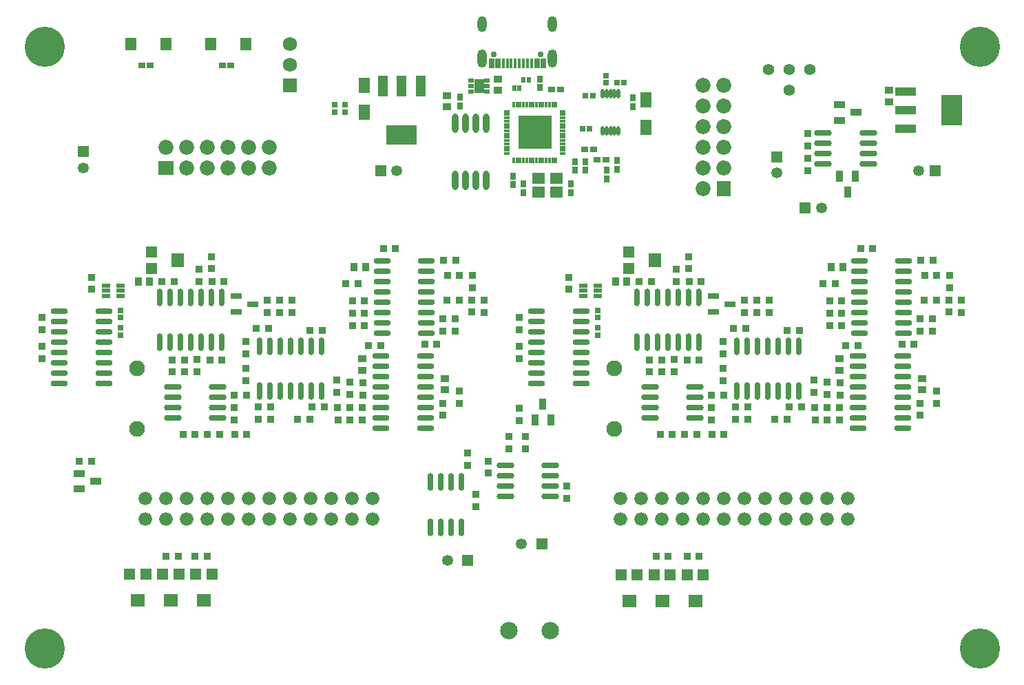
<source format=gts>
G04*
G04 #@! TF.GenerationSoftware,Altium Limited,Altium Designer,24.8.2 (39)*
G04*
G04 Layer_Color=8388736*
%FSLAX25Y25*%
%MOIN*%
G70*
G04*
G04 #@! TF.SameCoordinates,EEE2A11A-5DF4-4F78-A986-74189AFA003E*
G04*
G04*
G04 #@! TF.FilePolarity,Negative*
G04*
G01*
G75*
%ADD47R,0.03802X0.03575*%
%ADD48R,0.02526X0.03511*%
%ADD49R,0.03511X0.02526*%
%ADD50R,0.01969X0.02756*%
%ADD51R,0.02526X0.02627*%
%ADD52R,0.03575X0.03802*%
%ADD53R,0.06890X0.06496*%
%ADD54R,0.05315X0.05315*%
%ADD55R,0.05315X0.05315*%
%ADD56R,0.06496X0.06890*%
%ADD57R,0.05433X0.05945*%
%ADD58R,0.05512X0.03347*%
%ADD59R,0.03347X0.05512*%
%ADD60R,0.04134X0.02165*%
%ADD61R,0.05512X0.02953*%
%ADD62C,0.05512*%
%ADD63R,0.10315X0.04449*%
%ADD64R,0.10315X0.14764*%
%ADD65R,0.06102X0.05315*%
%ADD66R,0.14764X0.09803*%
%ADD67R,0.04921X0.10433*%
%ADD68R,0.05693X0.07510*%
%ADD69R,0.03740X0.04134*%
%ADD70R,0.04134X0.03740*%
%ADD71R,0.02559X0.01969*%
%ADD72R,0.04528X0.06890*%
%ADD73O,0.08642X0.02906*%
%ADD74R,0.03018X0.01187*%
%ADD75R,0.01187X0.03018*%
%ADD76R,0.16148X0.16148*%
%ADD77O,0.03071X0.09449*%
%ADD78O,0.02906X0.08642*%
%ADD79O,0.01772X0.04528*%
%ADD80O,0.08350X0.02961*%
%ADD81O,0.02850X0.08614*%
G04:AMPARAMS|DCode=82|XSize=27.56mil|YSize=49.21mil|CornerRadius=4.92mil|HoleSize=0mil|Usage=FLASHONLY|Rotation=180.000|XOffset=0mil|YOffset=0mil|HoleType=Round|Shape=RoundedRectangle|*
%AMROUNDEDRECTD82*
21,1,0.02756,0.03937,0,0,180.0*
21,1,0.01772,0.04921,0,0,180.0*
1,1,0.00984,-0.00886,0.01968*
1,1,0.00984,0.00886,0.01968*
1,1,0.00984,0.00886,-0.01968*
1,1,0.00984,-0.00886,-0.01968*
%
%ADD82ROUNDEDRECTD82*%
G04:AMPARAMS|DCode=83|XSize=15.75mil|YSize=49.21mil|CornerRadius=3.45mil|HoleSize=0mil|Usage=FLASHONLY|Rotation=180.000|XOffset=0mil|YOffset=0mil|HoleType=Round|Shape=RoundedRectangle|*
%AMROUNDEDRECTD83*
21,1,0.01575,0.04232,0,0,180.0*
21,1,0.00886,0.04921,0,0,180.0*
1,1,0.00689,-0.00443,0.02116*
1,1,0.00689,0.00443,0.02116*
1,1,0.00689,0.00443,-0.02116*
1,1,0.00689,-0.00443,-0.02116*
%
%ADD83ROUNDEDRECTD83*%
%ADD84R,0.02627X0.02526*%
%ADD85R,0.05315X0.05315*%
%ADD86C,0.05315*%
%ADD87R,0.05315X0.05315*%
%ADD88C,0.19488*%
%ADD89C,0.07677*%
%ADD90O,0.04528X0.08858*%
%ADD91C,0.02953*%
%ADD92O,0.04528X0.07677*%
%ADD93R,0.06890X0.06890*%
%ADD94C,0.06890*%
%ADD95C,0.08465*%
%ADD96C,0.06591*%
%ADD97R,0.07284X0.06890*%
%ADD98C,0.07284*%
%ADD99R,0.06890X0.07284*%
D47*
X389000Y257000D02*
D03*
Y251068D02*
D03*
Y268932D02*
D03*
Y263000D02*
D03*
X93583Y153656D02*
D03*
Y159588D02*
D03*
X324583Y153656D02*
D03*
Y159588D02*
D03*
X87583Y153588D02*
D03*
Y159520D02*
D03*
X318583Y153588D02*
D03*
Y159520D02*
D03*
X81583Y153588D02*
D03*
Y159520D02*
D03*
X312583Y153588D02*
D03*
Y159520D02*
D03*
X100583Y203588D02*
D03*
Y209520D02*
D03*
X331583Y203588D02*
D03*
Y209520D02*
D03*
X94583Y197520D02*
D03*
Y203452D02*
D03*
X325583Y197520D02*
D03*
Y203452D02*
D03*
X117191Y162501D02*
D03*
Y168432D02*
D03*
X348190Y162501D02*
D03*
Y168432D02*
D03*
X139583Y182520D02*
D03*
Y188452D02*
D03*
X370583Y182520D02*
D03*
Y188452D02*
D03*
X127583Y182520D02*
D03*
Y188452D02*
D03*
X358583Y182520D02*
D03*
Y188452D02*
D03*
X133583Y182520D02*
D03*
Y188452D02*
D03*
X364583Y182520D02*
D03*
Y188452D02*
D03*
X117191Y149501D02*
D03*
Y155432D02*
D03*
X348190Y149501D02*
D03*
Y155432D02*
D03*
X161083Y143620D02*
D03*
Y149552D02*
D03*
X392083Y143620D02*
D03*
Y149552D02*
D03*
X220583Y138520D02*
D03*
Y144452D02*
D03*
X451583Y138520D02*
D03*
Y144452D02*
D03*
X212583Y132588D02*
D03*
Y138520D02*
D03*
X443583Y132588D02*
D03*
Y138520D02*
D03*
X173583Y130520D02*
D03*
Y136452D02*
D03*
X404583Y130520D02*
D03*
Y136452D02*
D03*
X173690Y142401D02*
D03*
Y148333D02*
D03*
X404691Y142401D02*
D03*
Y148333D02*
D03*
X167475Y142707D02*
D03*
Y148639D02*
D03*
X398475Y142707D02*
D03*
Y148639D02*
D03*
X42583Y193588D02*
D03*
Y199520D02*
D03*
X273583Y193588D02*
D03*
Y199520D02*
D03*
X226583Y182588D02*
D03*
Y188520D02*
D03*
X457583Y182588D02*
D03*
Y188520D02*
D03*
X232583Y182520D02*
D03*
Y188452D02*
D03*
X463583Y182520D02*
D03*
Y188452D02*
D03*
X226691Y194401D02*
D03*
Y200332D02*
D03*
X457690Y194401D02*
D03*
Y200332D02*
D03*
X111583Y130520D02*
D03*
Y136452D02*
D03*
X342583Y130520D02*
D03*
Y136452D02*
D03*
X249583Y130120D02*
D03*
Y136052D02*
D03*
X272583Y92520D02*
D03*
Y98452D02*
D03*
X234583Y104588D02*
D03*
Y110520D02*
D03*
X252583Y116520D02*
D03*
Y122452D02*
D03*
X244583Y116520D02*
D03*
Y122452D02*
D03*
X224583Y108520D02*
D03*
Y114452D02*
D03*
X228583Y88520D02*
D03*
Y94452D02*
D03*
X18345Y174148D02*
D03*
Y180080D02*
D03*
X249345Y174148D02*
D03*
Y180080D02*
D03*
X18453Y160028D02*
D03*
Y165960D02*
D03*
X249453Y160028D02*
D03*
Y165960D02*
D03*
D48*
X304400Y286492D02*
D03*
Y282200D02*
D03*
X220700Y282454D02*
D03*
Y286746D02*
D03*
X259583Y291228D02*
D03*
Y295520D02*
D03*
X276583Y251228D02*
D03*
Y255520D02*
D03*
X281583Y251228D02*
D03*
Y255520D02*
D03*
X251583Y240520D02*
D03*
Y244812D02*
D03*
X274583Y240520D02*
D03*
Y244812D02*
D03*
X291928Y247088D02*
D03*
Y251379D02*
D03*
X296828Y251787D02*
D03*
Y256080D02*
D03*
X246583Y244228D02*
D03*
Y248520D02*
D03*
D49*
X109946Y302000D02*
D03*
X105654D02*
D03*
X70946Y302200D02*
D03*
X66654D02*
D03*
X287291Y256520D02*
D03*
X291583D02*
D03*
X265191Y290320D02*
D03*
X269483D02*
D03*
X281291Y261520D02*
D03*
X285583D02*
D03*
D50*
X251500Y295000D02*
D03*
X254059D02*
D03*
X249559Y291000D02*
D03*
X247000D02*
D03*
D51*
X56453Y179960D02*
D03*
Y183368D02*
D03*
X287453Y179960D02*
D03*
Y183368D02*
D03*
X160061Y282880D02*
D03*
Y279472D02*
D03*
X165000Y282908D02*
D03*
Y279500D02*
D03*
X291521Y293639D02*
D03*
Y297047D02*
D03*
X56583Y171520D02*
D03*
Y174928D02*
D03*
X287583Y171520D02*
D03*
Y174928D02*
D03*
D52*
X99651Y159520D02*
D03*
X105583D02*
D03*
X330651D02*
D03*
X336583D02*
D03*
X122270Y174727D02*
D03*
X128202D02*
D03*
X353270D02*
D03*
X359202D02*
D03*
X78583Y64520D02*
D03*
X84515D02*
D03*
X315651D02*
D03*
X321583D02*
D03*
X92583D02*
D03*
X98515D02*
D03*
X330651D02*
D03*
X336583D02*
D03*
X123083Y136620D02*
D03*
X129015D02*
D03*
X354083D02*
D03*
X360015D02*
D03*
X149151D02*
D03*
X155083D02*
D03*
X380151D02*
D03*
X386083D02*
D03*
X148270Y173728D02*
D03*
X154202D02*
D03*
X379270D02*
D03*
X385202D02*
D03*
X123151Y130620D02*
D03*
X129083D02*
D03*
X354151D02*
D03*
X360083D02*
D03*
X142083D02*
D03*
X148015D02*
D03*
X373083D02*
D03*
X379015D02*
D03*
X161651Y130520D02*
D03*
X167583D02*
D03*
X392651D02*
D03*
X398583D02*
D03*
X407583Y166520D02*
D03*
X413515D02*
D03*
X161583Y136520D02*
D03*
X167515D02*
D03*
X392583D02*
D03*
X398515D02*
D03*
X212583Y173520D02*
D03*
X218515D02*
D03*
X443583D02*
D03*
X449515D02*
D03*
X203651Y167020D02*
D03*
X209583D02*
D03*
X434651D02*
D03*
X440583D02*
D03*
X214463Y188412D02*
D03*
X220395D02*
D03*
X445464D02*
D03*
X451396D02*
D03*
X165583Y196520D02*
D03*
X171515D02*
D03*
X396583D02*
D03*
X402515D02*
D03*
X168651Y188020D02*
D03*
X174583D02*
D03*
X399651D02*
D03*
X405583D02*
D03*
X212583Y179520D02*
D03*
X218515D02*
D03*
X443583D02*
D03*
X449515D02*
D03*
X214651Y200520D02*
D03*
X220583D02*
D03*
X445651D02*
D03*
X451583D02*
D03*
X168651Y176020D02*
D03*
X174583D02*
D03*
X399651D02*
D03*
X405583D02*
D03*
X86651Y123520D02*
D03*
X92583D02*
D03*
X317651D02*
D03*
X323583D02*
D03*
X212770Y207628D02*
D03*
X218702D02*
D03*
X443770D02*
D03*
X449702D02*
D03*
X183651Y213520D02*
D03*
X189583D02*
D03*
X414651D02*
D03*
X420583D02*
D03*
X168651Y182020D02*
D03*
X174583D02*
D03*
X399651D02*
D03*
X405583D02*
D03*
X98583Y123520D02*
D03*
X104515D02*
D03*
X329583D02*
D03*
X335515D02*
D03*
X111651D02*
D03*
X117583D02*
D03*
X342651D02*
D03*
X348583D02*
D03*
X111583Y142520D02*
D03*
X117515D02*
D03*
X342583D02*
D03*
X348515D02*
D03*
X100651Y197520D02*
D03*
X106583D02*
D03*
X331651D02*
D03*
X337583D02*
D03*
X36583Y110520D02*
D03*
X42515D02*
D03*
X176583Y166520D02*
D03*
X182515D02*
D03*
X76583Y197520D02*
D03*
X82515D02*
D03*
X307583D02*
D03*
X313515D02*
D03*
D53*
X64784Y42972D02*
D03*
X302646Y42725D02*
D03*
X80783Y42972D02*
D03*
X318646Y42725D02*
D03*
X96784Y42972D02*
D03*
X334646Y42725D02*
D03*
D54*
X60847Y55767D02*
D03*
X68721D02*
D03*
X298709Y55520D02*
D03*
X306583D02*
D03*
X76846Y55767D02*
D03*
X84720D02*
D03*
X314709Y55520D02*
D03*
X322583D02*
D03*
X92847Y55767D02*
D03*
X100721D02*
D03*
X330709Y55520D02*
D03*
X338583D02*
D03*
D55*
X71335Y203783D02*
D03*
Y211658D02*
D03*
X302335Y203783D02*
D03*
Y211658D02*
D03*
D56*
X84130Y207720D02*
D03*
X315130D02*
D03*
D57*
X61379Y312520D02*
D03*
X78583D02*
D03*
X100004Y312387D02*
D03*
X117208D02*
D03*
D58*
X404583Y275520D02*
D03*
Y283000D02*
D03*
X412457Y279260D02*
D03*
X36583Y97040D02*
D03*
Y104520D02*
D03*
X44457Y100780D02*
D03*
D59*
X404583Y248520D02*
D03*
X408323Y240646D02*
D03*
X412063Y248520D02*
D03*
X257203Y130320D02*
D03*
X264683D02*
D03*
X260943Y138194D02*
D03*
D60*
X49497Y190402D02*
D03*
Y192961D02*
D03*
Y195520D02*
D03*
X56583Y190402D02*
D03*
Y192961D02*
D03*
Y195520D02*
D03*
X280497Y190402D02*
D03*
Y192961D02*
D03*
Y195520D02*
D03*
X287583Y190402D02*
D03*
Y192961D02*
D03*
Y195520D02*
D03*
D61*
X112315Y190279D02*
D03*
Y182760D02*
D03*
X120583Y186520D02*
D03*
X343315Y190279D02*
D03*
Y182760D02*
D03*
X351583Y186520D02*
D03*
D62*
X380000Y300000D02*
D03*
X370000D02*
D03*
X390000D02*
D03*
X380000Y290000D02*
D03*
D63*
X436399Y271369D02*
D03*
Y280424D02*
D03*
Y289479D02*
D03*
D64*
X458720Y280424D02*
D03*
D65*
X258921Y240827D02*
D03*
Y247520D02*
D03*
X267583Y240827D02*
D03*
Y247520D02*
D03*
D66*
X192583Y268520D02*
D03*
D67*
X183528Y291905D02*
D03*
X192583D02*
D03*
X201638D02*
D03*
D68*
X310945Y272085D02*
D03*
Y285363D02*
D03*
X174583Y279242D02*
D03*
Y292520D02*
D03*
D69*
X65071Y197520D02*
D03*
X70583D02*
D03*
X296071D02*
D03*
X301583D02*
D03*
X169571Y204520D02*
D03*
X175083D02*
D03*
X400571D02*
D03*
X406083D02*
D03*
D70*
X173453Y154448D02*
D03*
Y159960D02*
D03*
X404453Y154448D02*
D03*
Y159960D02*
D03*
X213383Y145020D02*
D03*
Y150532D02*
D03*
X444383Y145020D02*
D03*
Y150532D02*
D03*
X239000Y290000D02*
D03*
Y295512D02*
D03*
X428583Y284520D02*
D03*
Y290032D02*
D03*
X214583Y282020D02*
D03*
Y287532D02*
D03*
D71*
X226063Y289441D02*
D03*
Y294559D02*
D03*
Y292000D02*
D03*
X233937Y289441D02*
D03*
Y292000D02*
D03*
Y294559D02*
D03*
D72*
X230000Y292000D02*
D03*
D73*
X396583Y254520D02*
D03*
Y259520D02*
D03*
Y264520D02*
D03*
Y269520D02*
D03*
X418413Y259520D02*
D03*
Y254520D02*
D03*
Y269520D02*
D03*
Y264520D02*
D03*
X242753Y98520D02*
D03*
Y93520D02*
D03*
Y108520D02*
D03*
Y103520D02*
D03*
X264583Y98520D02*
D03*
Y93520D02*
D03*
Y108520D02*
D03*
Y103520D02*
D03*
X81753Y131520D02*
D03*
Y136520D02*
D03*
Y141520D02*
D03*
Y146520D02*
D03*
X103583Y131520D02*
D03*
Y136520D02*
D03*
Y146520D02*
D03*
Y141520D02*
D03*
X312753Y131520D02*
D03*
Y136520D02*
D03*
Y141520D02*
D03*
Y146520D02*
D03*
X334583Y131520D02*
D03*
Y136520D02*
D03*
Y146520D02*
D03*
Y141520D02*
D03*
D74*
X243605Y259368D02*
D03*
Y260943D02*
D03*
Y265667D02*
D03*
Y262518D02*
D03*
Y264092D02*
D03*
Y267242D02*
D03*
Y271966D02*
D03*
Y268817D02*
D03*
Y270392D02*
D03*
Y278266D02*
D03*
Y275116D02*
D03*
Y276691D02*
D03*
Y279840D02*
D03*
Y273541D02*
D03*
X270436Y259368D02*
D03*
Y260943D02*
D03*
Y265667D02*
D03*
Y262518D02*
D03*
Y264092D02*
D03*
Y267242D02*
D03*
Y268817D02*
D03*
Y270392D02*
D03*
Y271966D02*
D03*
Y273541D02*
D03*
Y278266D02*
D03*
Y275116D02*
D03*
Y276691D02*
D03*
Y279840D02*
D03*
D75*
X246784Y256189D02*
D03*
X248359D02*
D03*
X249934D02*
D03*
X253083D02*
D03*
X256233D02*
D03*
X254658D02*
D03*
X251508D02*
D03*
X246784Y283020D02*
D03*
X249934D02*
D03*
X248359D02*
D03*
X253083D02*
D03*
X256233D02*
D03*
X254658D02*
D03*
X251508D02*
D03*
X257808Y256189D02*
D03*
X259382D02*
D03*
X264107D02*
D03*
X267256D02*
D03*
X265682D02*
D03*
X260957D02*
D03*
X262532D02*
D03*
X257808Y283020D02*
D03*
X260957D02*
D03*
X259382D02*
D03*
X264107D02*
D03*
X267256D02*
D03*
X265682D02*
D03*
X262532D02*
D03*
D76*
X257020Y269604D02*
D03*
D77*
X223583Y246224D02*
D03*
X218583D02*
D03*
X223583Y274020D02*
D03*
X218583D02*
D03*
X228583Y246224D02*
D03*
X233583D02*
D03*
X228583Y274020D02*
D03*
X233583D02*
D03*
D78*
X206583Y78520D02*
D03*
X211583D02*
D03*
X206583Y100350D02*
D03*
X211583D02*
D03*
X216583Y78520D02*
D03*
X221583D02*
D03*
X216583Y100350D02*
D03*
X221583D02*
D03*
D79*
X289709Y270410D02*
D03*
X291677D02*
D03*
X293646D02*
D03*
X289709Y288520D02*
D03*
X291677D02*
D03*
X293646D02*
D03*
X295614Y270410D02*
D03*
X297583D02*
D03*
X295614Y288520D02*
D03*
X297583D02*
D03*
D80*
X26913Y147960D02*
D03*
Y152960D02*
D03*
Y157960D02*
D03*
Y162960D02*
D03*
Y167960D02*
D03*
Y172960D02*
D03*
Y177960D02*
D03*
Y182960D02*
D03*
X48453Y147960D02*
D03*
Y152960D02*
D03*
Y157960D02*
D03*
Y162960D02*
D03*
Y167960D02*
D03*
Y172960D02*
D03*
Y177960D02*
D03*
Y182960D02*
D03*
X257913Y147960D02*
D03*
Y152960D02*
D03*
Y157960D02*
D03*
Y162960D02*
D03*
Y167960D02*
D03*
Y172960D02*
D03*
Y177960D02*
D03*
Y182960D02*
D03*
X279453Y147960D02*
D03*
Y152960D02*
D03*
Y157960D02*
D03*
Y162960D02*
D03*
Y167960D02*
D03*
Y172960D02*
D03*
Y177960D02*
D03*
Y182960D02*
D03*
X182583Y131520D02*
D03*
Y136520D02*
D03*
Y126520D02*
D03*
Y141520D02*
D03*
Y146520D02*
D03*
Y151520D02*
D03*
Y156520D02*
D03*
Y161520D02*
D03*
X204123Y126520D02*
D03*
Y131520D02*
D03*
Y136520D02*
D03*
Y141520D02*
D03*
Y146520D02*
D03*
Y156520D02*
D03*
Y161520D02*
D03*
Y151520D02*
D03*
X413583Y131520D02*
D03*
Y136520D02*
D03*
Y126520D02*
D03*
Y141520D02*
D03*
Y146520D02*
D03*
Y151520D02*
D03*
Y156520D02*
D03*
Y161520D02*
D03*
X435123Y126520D02*
D03*
Y131520D02*
D03*
Y136520D02*
D03*
Y141520D02*
D03*
Y146520D02*
D03*
Y156520D02*
D03*
Y161520D02*
D03*
Y151520D02*
D03*
X183043Y177520D02*
D03*
Y182520D02*
D03*
Y172520D02*
D03*
Y187520D02*
D03*
Y192520D02*
D03*
Y197520D02*
D03*
Y202520D02*
D03*
Y207520D02*
D03*
X204583Y172520D02*
D03*
Y177520D02*
D03*
Y182520D02*
D03*
Y187520D02*
D03*
Y192520D02*
D03*
Y202520D02*
D03*
Y207520D02*
D03*
Y197520D02*
D03*
X414043Y177520D02*
D03*
Y182520D02*
D03*
Y172520D02*
D03*
Y187520D02*
D03*
Y192520D02*
D03*
Y197520D02*
D03*
Y202520D02*
D03*
Y207520D02*
D03*
X435583Y172520D02*
D03*
Y177520D02*
D03*
Y182520D02*
D03*
Y187520D02*
D03*
Y192520D02*
D03*
Y202520D02*
D03*
Y207520D02*
D03*
Y197520D02*
D03*
D81*
X75453Y167960D02*
D03*
X85453D02*
D03*
X80453D02*
D03*
X75453Y189764D02*
D03*
X85453D02*
D03*
X80453D02*
D03*
X90453Y167960D02*
D03*
X100453D02*
D03*
X95453D02*
D03*
X105453D02*
D03*
X90453Y189764D02*
D03*
X95453D02*
D03*
X100453D02*
D03*
X105453D02*
D03*
X306453Y167960D02*
D03*
X316453D02*
D03*
X311453D02*
D03*
X306453Y189764D02*
D03*
X316453D02*
D03*
X311453D02*
D03*
X321453Y167960D02*
D03*
X331453D02*
D03*
X326453D02*
D03*
X336453D02*
D03*
X321453Y189764D02*
D03*
X326453D02*
D03*
X331453D02*
D03*
X336453D02*
D03*
X123953Y144256D02*
D03*
X133953D02*
D03*
X128953D02*
D03*
X123953Y166060D02*
D03*
X133953D02*
D03*
X128953D02*
D03*
X138953Y144256D02*
D03*
X148953D02*
D03*
X143953D02*
D03*
X153953D02*
D03*
X138953Y166060D02*
D03*
X143953D02*
D03*
X148953D02*
D03*
X153953D02*
D03*
X354953Y144256D02*
D03*
X364953D02*
D03*
X359953D02*
D03*
X354953Y166060D02*
D03*
X364953D02*
D03*
X359953D02*
D03*
X369953Y144256D02*
D03*
X379953D02*
D03*
X374953D02*
D03*
X384953D02*
D03*
X369953Y166060D02*
D03*
X374953D02*
D03*
X379953D02*
D03*
X384953D02*
D03*
D82*
X235984Y303159D02*
D03*
X239134D02*
D03*
X258032D02*
D03*
X261181D02*
D03*
D83*
X243661D02*
D03*
X241693D02*
D03*
X253504D02*
D03*
X249567D02*
D03*
X251535D02*
D03*
X255472D02*
D03*
X245630D02*
D03*
X247598D02*
D03*
D84*
X280175Y271520D02*
D03*
X283583D02*
D03*
X281600Y287300D02*
D03*
X285008D02*
D03*
X296703Y293581D02*
D03*
X300111D02*
D03*
D85*
X374200Y257874D02*
D03*
X38583Y260394D02*
D03*
D86*
X374200Y250000D02*
D03*
X395737Y233200D02*
D03*
X190274Y251000D02*
D03*
X442963Y251200D02*
D03*
X214740Y62520D02*
D03*
X38583Y252520D02*
D03*
X250583Y70520D02*
D03*
D87*
X387863Y233200D02*
D03*
X182400Y251000D02*
D03*
X450837Y251200D02*
D03*
X224583Y62520D02*
D03*
X260425Y70520D02*
D03*
D88*
X472441Y311024D02*
D03*
Y19685D02*
D03*
X19685D02*
D03*
Y311024D02*
D03*
D89*
X64583Y125992D02*
D03*
Y155520D02*
D03*
X295583Y125992D02*
D03*
Y155520D02*
D03*
D90*
X231575Y305423D02*
D03*
X265591D02*
D03*
D91*
X237205Y307392D02*
D03*
X259961D02*
D03*
D92*
X231575Y321880D02*
D03*
X265591D02*
D03*
D93*
X138583Y292520D02*
D03*
D94*
Y302520D02*
D03*
Y312520D02*
D03*
D95*
X244583Y28520D02*
D03*
X264583D02*
D03*
D96*
X68583Y82520D02*
D03*
X88583D02*
D03*
X98583D02*
D03*
X108583D02*
D03*
X78583D02*
D03*
X68583Y92520D02*
D03*
X78583D02*
D03*
X108583D02*
D03*
X98583D02*
D03*
X88583D02*
D03*
X128583Y82520D02*
D03*
X118583D02*
D03*
X158583D02*
D03*
X138583D02*
D03*
X148583D02*
D03*
X178583D02*
D03*
X168583D02*
D03*
X118583Y92520D02*
D03*
X138583D02*
D03*
X128583D02*
D03*
X148583D02*
D03*
X178583D02*
D03*
X158583D02*
D03*
X168583D02*
D03*
X298583Y82520D02*
D03*
X318583D02*
D03*
X328583D02*
D03*
X338583D02*
D03*
X308583D02*
D03*
X298583Y92520D02*
D03*
X308583D02*
D03*
X338583D02*
D03*
X328583D02*
D03*
X318583D02*
D03*
X358583Y82520D02*
D03*
X348583D02*
D03*
X388583D02*
D03*
X368583D02*
D03*
X378583D02*
D03*
X408583D02*
D03*
X398583D02*
D03*
X348583Y92520D02*
D03*
X368583D02*
D03*
X358583D02*
D03*
X378583D02*
D03*
X408583D02*
D03*
X388583D02*
D03*
X398583D02*
D03*
D97*
X78583Y252520D02*
D03*
D98*
Y262520D02*
D03*
X88583D02*
D03*
Y252520D02*
D03*
X98583D02*
D03*
X118583D02*
D03*
X108583D02*
D03*
X128583D02*
D03*
X98583Y262520D02*
D03*
X108583D02*
D03*
X128583D02*
D03*
X118583D02*
D03*
X338583Y242520D02*
D03*
Y292520D02*
D03*
Y282520D02*
D03*
Y272520D02*
D03*
Y252520D02*
D03*
Y262520D02*
D03*
X348583Y252520D02*
D03*
Y272520D02*
D03*
Y262520D02*
D03*
Y292520D02*
D03*
Y282520D02*
D03*
D99*
Y242520D02*
D03*
M02*

</source>
